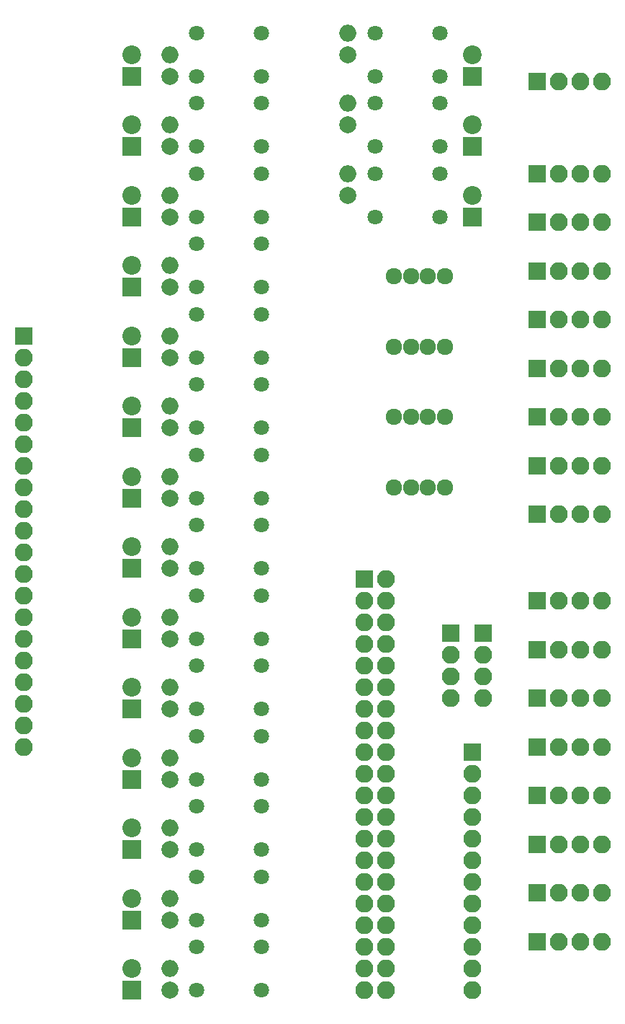
<source format=gbs>
G04 #@! TF.GenerationSoftware,KiCad,Pcbnew,(5.1.4)-1*
G04 #@! TF.CreationDate,2019-11-22T13:38:56+09:00*
G04 #@! TF.ProjectId,rpi3GpioTester,72706933-4770-4696-9f54-65737465722e,rev?*
G04 #@! TF.SameCoordinates,Original*
G04 #@! TF.FileFunction,Soldermask,Bot*
G04 #@! TF.FilePolarity,Negative*
%FSLAX46Y46*%
G04 Gerber Fmt 4.6, Leading zero omitted, Abs format (unit mm)*
G04 Created by KiCad (PCBNEW (5.1.4)-1) date 2019-11-22 13:38:56*
%MOMM*%
%LPD*%
G04 APERTURE LIST*
%ADD10R,2.100000X2.100000*%
%ADD11O,2.100000X2.100000*%
%ADD12C,1.924000*%
%ADD13R,2.200000X2.200000*%
%ADD14C,2.200000*%
%ADD15C,2.000000*%
%ADD16O,2.000000X2.000000*%
%ADD17C,1.797000*%
G04 APERTURE END LIST*
D10*
X92710000Y-102870000D03*
D11*
X92710000Y-105410000D03*
X92710000Y-107950000D03*
X92710000Y-110490000D03*
X88900000Y-110490000D03*
X88900000Y-107950000D03*
X88900000Y-105410000D03*
D10*
X88900000Y-102870000D03*
X99060000Y-38100000D03*
D11*
X101600000Y-38100000D03*
X104140000Y-38100000D03*
X106680000Y-38100000D03*
D12*
X82265000Y-60960000D03*
X84265000Y-60960000D03*
X86265000Y-60960000D03*
X88265000Y-60960000D03*
X82265000Y-77470000D03*
X84265000Y-77470000D03*
X86265000Y-77470000D03*
X88265000Y-77470000D03*
X82265000Y-69215000D03*
X84265000Y-69215000D03*
X86265000Y-69215000D03*
X88265000Y-69215000D03*
D10*
X99060000Y-88900000D03*
D11*
X101600000Y-88900000D03*
X104140000Y-88900000D03*
X106680000Y-88900000D03*
X106680000Y-48895000D03*
X104140000Y-48895000D03*
X101600000Y-48895000D03*
D10*
X99060000Y-48895000D03*
D11*
X106680000Y-54610000D03*
X104140000Y-54610000D03*
X101600000Y-54610000D03*
D10*
X99060000Y-54610000D03*
D11*
X106680000Y-60325000D03*
X104140000Y-60325000D03*
X101600000Y-60325000D03*
D10*
X99060000Y-60325000D03*
D11*
X106680000Y-66040000D03*
X104140000Y-66040000D03*
X101600000Y-66040000D03*
D10*
X99060000Y-66040000D03*
D11*
X106680000Y-99060000D03*
X104140000Y-99060000D03*
X101600000Y-99060000D03*
D10*
X99060000Y-99060000D03*
D11*
X106680000Y-104775000D03*
X104140000Y-104775000D03*
X101600000Y-104775000D03*
D10*
X99060000Y-104775000D03*
D11*
X106680000Y-110490000D03*
X104140000Y-110490000D03*
X101600000Y-110490000D03*
D10*
X99060000Y-110490000D03*
D11*
X106680000Y-116205000D03*
X104140000Y-116205000D03*
X101600000Y-116205000D03*
D10*
X99060000Y-116205000D03*
X99060000Y-121920000D03*
D11*
X101600000Y-121920000D03*
X104140000Y-121920000D03*
X106680000Y-121920000D03*
D10*
X99060000Y-127635000D03*
D11*
X101600000Y-127635000D03*
X104140000Y-127635000D03*
X106680000Y-127635000D03*
D10*
X99060000Y-71755000D03*
D11*
X101600000Y-71755000D03*
X104140000Y-71755000D03*
X106680000Y-71755000D03*
X106680000Y-77470000D03*
X104140000Y-77470000D03*
X101600000Y-77470000D03*
D10*
X99060000Y-77470000D03*
D13*
X91440000Y-37465000D03*
D14*
X91440000Y-34925000D03*
D13*
X91440000Y-45720000D03*
D14*
X91440000Y-43180000D03*
D13*
X91440000Y-53975000D03*
D14*
X91440000Y-51435000D03*
D13*
X51435000Y-37465000D03*
D14*
X51435000Y-34925000D03*
D13*
X51435000Y-45720000D03*
D14*
X51435000Y-43180000D03*
D13*
X51435000Y-53975000D03*
D14*
X51435000Y-51435000D03*
D13*
X51435000Y-62230000D03*
D14*
X51435000Y-59690000D03*
D13*
X51435000Y-70485000D03*
D14*
X51435000Y-67945000D03*
D13*
X51435000Y-78740000D03*
D14*
X51435000Y-76200000D03*
D13*
X51435000Y-86995000D03*
D14*
X51435000Y-84455000D03*
D13*
X51435000Y-95250000D03*
D14*
X51435000Y-92710000D03*
D13*
X51435000Y-103505000D03*
D14*
X51435000Y-100965000D03*
D13*
X51435000Y-111760000D03*
D14*
X51435000Y-109220000D03*
D13*
X51435000Y-120015000D03*
D14*
X51435000Y-117475000D03*
D13*
X51435000Y-128270000D03*
D14*
X51435000Y-125730000D03*
D13*
X51435000Y-136525000D03*
D14*
X51435000Y-133985000D03*
D13*
X51435000Y-144780000D03*
D14*
X51435000Y-142240000D03*
D11*
X106680000Y-139065000D03*
X104140000Y-139065000D03*
X101600000Y-139065000D03*
D10*
X99060000Y-139065000D03*
X99060000Y-133350000D03*
D11*
X101600000Y-133350000D03*
X104140000Y-133350000D03*
X106680000Y-133350000D03*
D10*
X99060000Y-83185000D03*
D11*
X101600000Y-83185000D03*
X104140000Y-83185000D03*
X106680000Y-83185000D03*
D12*
X88265000Y-85725000D03*
X86265000Y-85725000D03*
X84265000Y-85725000D03*
X82265000Y-85725000D03*
D10*
X78740000Y-96520000D03*
D11*
X81280000Y-96520000D03*
X78740000Y-99060000D03*
X81280000Y-99060000D03*
X78740000Y-101600000D03*
X81280000Y-101600000D03*
X78740000Y-104140000D03*
X81280000Y-104140000D03*
X78740000Y-106680000D03*
X81280000Y-106680000D03*
X78740000Y-109220000D03*
X81280000Y-109220000D03*
X78740000Y-111760000D03*
X81280000Y-111760000D03*
X78740000Y-114300000D03*
X81280000Y-114300000D03*
X78740000Y-116840000D03*
X81280000Y-116840000D03*
X78740000Y-119380000D03*
X81280000Y-119380000D03*
X78740000Y-121920000D03*
X81280000Y-121920000D03*
X78740000Y-124460000D03*
X81280000Y-124460000D03*
X78740000Y-127000000D03*
X81280000Y-127000000D03*
X78740000Y-129540000D03*
X81280000Y-129540000D03*
X78740000Y-132080000D03*
X81280000Y-132080000D03*
X78740000Y-134620000D03*
X81280000Y-134620000D03*
X78740000Y-137160000D03*
X81280000Y-137160000D03*
X78740000Y-139700000D03*
X81280000Y-139700000D03*
X78740000Y-142240000D03*
X81280000Y-142240000D03*
X78740000Y-144780000D03*
X81280000Y-144780000D03*
D10*
X38735000Y-67945000D03*
D11*
X38735000Y-70485000D03*
X38735000Y-73025000D03*
X38735000Y-75565000D03*
X38735000Y-78105000D03*
X38735000Y-80645000D03*
X38735000Y-83185000D03*
X38735000Y-85725000D03*
X38735000Y-88265000D03*
X38735000Y-90805000D03*
X38735000Y-93345000D03*
X38735000Y-95885000D03*
X38735000Y-98425000D03*
X38735000Y-100965000D03*
X38735000Y-103505000D03*
X38735000Y-106045000D03*
X38735000Y-108585000D03*
X38735000Y-111125000D03*
X38735000Y-113665000D03*
X38735000Y-116205000D03*
D10*
X91440000Y-116840000D03*
D11*
X91440000Y-119380000D03*
X91440000Y-121920000D03*
X91440000Y-124460000D03*
X91440000Y-127000000D03*
X91440000Y-129540000D03*
X91440000Y-132080000D03*
X91440000Y-134620000D03*
X91440000Y-137160000D03*
X91440000Y-139700000D03*
X91440000Y-142240000D03*
X91440000Y-144780000D03*
D15*
X76835000Y-34925000D03*
D16*
X76835000Y-32385000D03*
D15*
X76835000Y-43180000D03*
D16*
X76835000Y-40640000D03*
D15*
X76835000Y-51435000D03*
D16*
X76835000Y-48895000D03*
D15*
X55880000Y-37465000D03*
D16*
X55880000Y-34925000D03*
D15*
X55880000Y-45720000D03*
D16*
X55880000Y-43180000D03*
D15*
X55880000Y-53975000D03*
D16*
X55880000Y-51435000D03*
D15*
X55880000Y-62230000D03*
D16*
X55880000Y-59690000D03*
D15*
X55880000Y-70485000D03*
D16*
X55880000Y-67945000D03*
D15*
X55880000Y-78740000D03*
D16*
X55880000Y-76200000D03*
D15*
X55880000Y-86995000D03*
D16*
X55880000Y-84455000D03*
D15*
X55880000Y-95250000D03*
D16*
X55880000Y-92710000D03*
D15*
X55880000Y-103505000D03*
D16*
X55880000Y-100965000D03*
D15*
X55880000Y-111760000D03*
D16*
X55880000Y-109220000D03*
D15*
X55880000Y-120015000D03*
D16*
X55880000Y-117475000D03*
D15*
X55880000Y-128270000D03*
D16*
X55880000Y-125730000D03*
D15*
X55880000Y-136525000D03*
D16*
X55880000Y-133985000D03*
D15*
X55880000Y-144780000D03*
D16*
X55880000Y-142240000D03*
D17*
X87630000Y-32385000D03*
X87630000Y-37465000D03*
X80010000Y-32385000D03*
X80010000Y-37465000D03*
X87630000Y-40640000D03*
X87630000Y-45720000D03*
X80010000Y-40640000D03*
X80010000Y-45720000D03*
X87630000Y-48895000D03*
X87630000Y-53975000D03*
X80010000Y-48895000D03*
X80010000Y-53975000D03*
X66675000Y-32385000D03*
X66675000Y-37465000D03*
X59055000Y-32385000D03*
X59055000Y-37465000D03*
X66675000Y-40640000D03*
X66675000Y-45720000D03*
X59055000Y-40640000D03*
X59055000Y-45720000D03*
X66675000Y-48895000D03*
X66675000Y-53975000D03*
X59055000Y-48895000D03*
X59055000Y-53975000D03*
X66675000Y-57150000D03*
X66675000Y-62230000D03*
X59055000Y-57150000D03*
X59055000Y-62230000D03*
X66675000Y-65405000D03*
X66675000Y-70485000D03*
X59055000Y-65405000D03*
X59055000Y-70485000D03*
X66675000Y-73660000D03*
X66675000Y-78740000D03*
X59055000Y-73660000D03*
X59055000Y-78740000D03*
X66675000Y-81915000D03*
X66675000Y-86995000D03*
X59055000Y-81915000D03*
X59055000Y-86995000D03*
X66675000Y-90170000D03*
X66675000Y-95250000D03*
X59055000Y-90170000D03*
X59055000Y-95250000D03*
X66675000Y-98425000D03*
X66675000Y-103505000D03*
X59055000Y-98425000D03*
X59055000Y-103505000D03*
X66675000Y-106680000D03*
X66675000Y-111760000D03*
X59055000Y-106680000D03*
X59055000Y-111760000D03*
X66675000Y-114935000D03*
X66675000Y-120015000D03*
X59055000Y-114935000D03*
X59055000Y-120015000D03*
X66675000Y-123190000D03*
X66675000Y-128270000D03*
X59055000Y-123190000D03*
X59055000Y-128270000D03*
X66675000Y-131445000D03*
X66675000Y-136525000D03*
X59055000Y-131445000D03*
X59055000Y-136525000D03*
X66675000Y-139700000D03*
X66675000Y-144780000D03*
X59055000Y-139700000D03*
X59055000Y-144780000D03*
M02*

</source>
